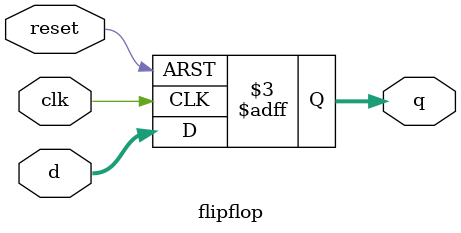
<source format=v>
module flipflop #(parameter WIDTH = 32)(
    input  clk, reset,
    input  [WIDTH-1:0]d,
    output reg [WIDTH-1:0]q
);

always @(posedge clk or negedge reset) begin
    if(!reset) q <= 0;
    else q <= d;
end

endmodule
</source>
